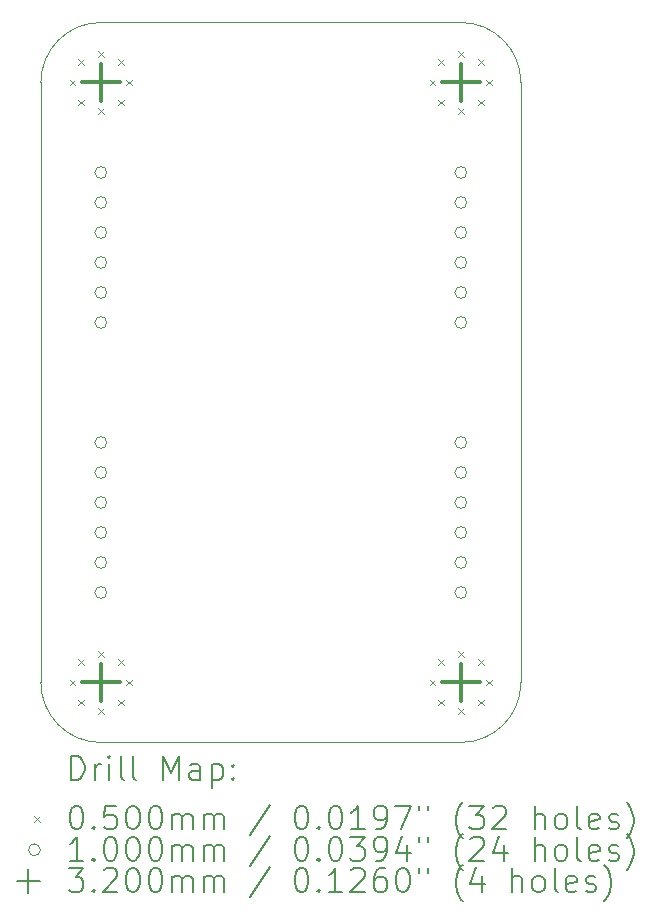
<source format=gbr>
%TF.GenerationSoftware,KiCad,Pcbnew,7.0.3-24-g09febce4ce*%
%TF.CreationDate,2023-05-23T12:19:05+02:00*%
%TF.ProjectId,SPI2WS2812,53504932-5753-4323-9831-322e6b696361,rev?*%
%TF.SameCoordinates,Original*%
%TF.FileFunction,Drillmap*%
%TF.FilePolarity,Positive*%
%FSLAX45Y45*%
G04 Gerber Fmt 4.5, Leading zero omitted, Abs format (unit mm)*
G04 Created by KiCad (PCBNEW 7.0.3-24-g09febce4ce) date 2023-05-23 12:19:05*
%MOMM*%
%LPD*%
G01*
G04 APERTURE LIST*
%ADD10C,0.100000*%
%ADD11C,0.200000*%
%ADD12C,0.050000*%
%ADD13C,0.320000*%
G04 APERTURE END LIST*
D10*
X8890000Y-5588000D02*
X11938000Y-5588000D01*
X8382000Y-11176000D02*
G75*
G03*
X8890000Y-11684000I508000J0D01*
G01*
X8382000Y-11176000D02*
X8382000Y-6096000D01*
X8890000Y-5588000D02*
G75*
G03*
X8382000Y-6096000I0J-508000D01*
G01*
X11938000Y-11684000D02*
X8890000Y-11684000D01*
X11938000Y-11684000D02*
G75*
G03*
X12446000Y-11176000I0J508000D01*
G01*
X12446000Y-6096000D02*
G75*
G03*
X11938000Y-5588000I-508000J0D01*
G01*
X12446000Y-6096000D02*
X12446000Y-11176000D01*
D11*
D12*
X8625000Y-6071000D02*
X8675000Y-6121000D01*
X8675000Y-6071000D02*
X8625000Y-6121000D01*
X8625000Y-11151000D02*
X8675000Y-11201000D01*
X8675000Y-11151000D02*
X8625000Y-11201000D01*
X8695294Y-5901294D02*
X8745294Y-5951294D01*
X8745294Y-5901294D02*
X8695294Y-5951294D01*
X8695294Y-6240706D02*
X8745294Y-6290706D01*
X8745294Y-6240706D02*
X8695294Y-6290706D01*
X8695294Y-10981294D02*
X8745294Y-11031294D01*
X8745294Y-10981294D02*
X8695294Y-11031294D01*
X8695294Y-11320706D02*
X8745294Y-11370706D01*
X8745294Y-11320706D02*
X8695294Y-11370706D01*
X8865000Y-5831000D02*
X8915000Y-5881000D01*
X8915000Y-5831000D02*
X8865000Y-5881000D01*
X8865000Y-6311000D02*
X8915000Y-6361000D01*
X8915000Y-6311000D02*
X8865000Y-6361000D01*
X8865000Y-10911000D02*
X8915000Y-10961000D01*
X8915000Y-10911000D02*
X8865000Y-10961000D01*
X8865000Y-11391000D02*
X8915000Y-11441000D01*
X8915000Y-11391000D02*
X8865000Y-11441000D01*
X9034706Y-5901294D02*
X9084706Y-5951294D01*
X9084706Y-5901294D02*
X9034706Y-5951294D01*
X9034706Y-6240706D02*
X9084706Y-6290706D01*
X9084706Y-6240706D02*
X9034706Y-6290706D01*
X9034706Y-10981294D02*
X9084706Y-11031294D01*
X9084706Y-10981294D02*
X9034706Y-11031294D01*
X9034706Y-11320706D02*
X9084706Y-11370706D01*
X9084706Y-11320706D02*
X9034706Y-11370706D01*
X9105000Y-6071000D02*
X9155000Y-6121000D01*
X9155000Y-6071000D02*
X9105000Y-6121000D01*
X9105000Y-11151000D02*
X9155000Y-11201000D01*
X9155000Y-11151000D02*
X9105000Y-11201000D01*
X11673000Y-6071000D02*
X11723000Y-6121000D01*
X11723000Y-6071000D02*
X11673000Y-6121000D01*
X11673000Y-11151000D02*
X11723000Y-11201000D01*
X11723000Y-11151000D02*
X11673000Y-11201000D01*
X11743294Y-5901294D02*
X11793294Y-5951294D01*
X11793294Y-5901294D02*
X11743294Y-5951294D01*
X11743294Y-6240706D02*
X11793294Y-6290706D01*
X11793294Y-6240706D02*
X11743294Y-6290706D01*
X11743294Y-10981294D02*
X11793294Y-11031294D01*
X11793294Y-10981294D02*
X11743294Y-11031294D01*
X11743294Y-11320706D02*
X11793294Y-11370706D01*
X11793294Y-11320706D02*
X11743294Y-11370706D01*
X11913000Y-5831000D02*
X11963000Y-5881000D01*
X11963000Y-5831000D02*
X11913000Y-5881000D01*
X11913000Y-6311000D02*
X11963000Y-6361000D01*
X11963000Y-6311000D02*
X11913000Y-6361000D01*
X11913000Y-10911000D02*
X11963000Y-10961000D01*
X11963000Y-10911000D02*
X11913000Y-10961000D01*
X11913000Y-11391000D02*
X11963000Y-11441000D01*
X11963000Y-11391000D02*
X11913000Y-11441000D01*
X12082706Y-5901294D02*
X12132706Y-5951294D01*
X12132706Y-5901294D02*
X12082706Y-5951294D01*
X12082706Y-6240706D02*
X12132706Y-6290706D01*
X12132706Y-6240706D02*
X12082706Y-6290706D01*
X12082706Y-10981294D02*
X12132706Y-11031294D01*
X12132706Y-10981294D02*
X12082706Y-11031294D01*
X12082706Y-11320706D02*
X12132706Y-11370706D01*
X12132706Y-11320706D02*
X12082706Y-11370706D01*
X12153000Y-6071000D02*
X12203000Y-6121000D01*
X12203000Y-6071000D02*
X12153000Y-6121000D01*
X12153000Y-11151000D02*
X12203000Y-11201000D01*
X12203000Y-11151000D02*
X12153000Y-11201000D01*
D10*
X8940000Y-6858000D02*
G75*
G03*
X8940000Y-6858000I-50000J0D01*
G01*
X8940000Y-7112000D02*
G75*
G03*
X8940000Y-7112000I-50000J0D01*
G01*
X8940000Y-7366000D02*
G75*
G03*
X8940000Y-7366000I-50000J0D01*
G01*
X8940000Y-7620000D02*
G75*
G03*
X8940000Y-7620000I-50000J0D01*
G01*
X8940000Y-7874000D02*
G75*
G03*
X8940000Y-7874000I-50000J0D01*
G01*
X8940000Y-8128000D02*
G75*
G03*
X8940000Y-8128000I-50000J0D01*
G01*
X8940000Y-9144000D02*
G75*
G03*
X8940000Y-9144000I-50000J0D01*
G01*
X8940000Y-9398000D02*
G75*
G03*
X8940000Y-9398000I-50000J0D01*
G01*
X8940000Y-9652000D02*
G75*
G03*
X8940000Y-9652000I-50000J0D01*
G01*
X8940000Y-9906000D02*
G75*
G03*
X8940000Y-9906000I-50000J0D01*
G01*
X8940000Y-10160000D02*
G75*
G03*
X8940000Y-10160000I-50000J0D01*
G01*
X8940000Y-10414000D02*
G75*
G03*
X8940000Y-10414000I-50000J0D01*
G01*
X11988000Y-6858000D02*
G75*
G03*
X11988000Y-6858000I-50000J0D01*
G01*
X11988000Y-7112000D02*
G75*
G03*
X11988000Y-7112000I-50000J0D01*
G01*
X11988000Y-7366000D02*
G75*
G03*
X11988000Y-7366000I-50000J0D01*
G01*
X11988000Y-7620000D02*
G75*
G03*
X11988000Y-7620000I-50000J0D01*
G01*
X11988000Y-7874000D02*
G75*
G03*
X11988000Y-7874000I-50000J0D01*
G01*
X11988000Y-8128000D02*
G75*
G03*
X11988000Y-8128000I-50000J0D01*
G01*
X11988000Y-9144000D02*
G75*
G03*
X11988000Y-9144000I-50000J0D01*
G01*
X11988000Y-9398000D02*
G75*
G03*
X11988000Y-9398000I-50000J0D01*
G01*
X11988000Y-9652000D02*
G75*
G03*
X11988000Y-9652000I-50000J0D01*
G01*
X11988000Y-9906000D02*
G75*
G03*
X11988000Y-9906000I-50000J0D01*
G01*
X11988000Y-10160000D02*
G75*
G03*
X11988000Y-10160000I-50000J0D01*
G01*
X11988000Y-10414000D02*
G75*
G03*
X11988000Y-10414000I-50000J0D01*
G01*
D13*
X8890000Y-5936000D02*
X8890000Y-6256000D01*
X8730000Y-6096000D02*
X9050000Y-6096000D01*
X8890000Y-11016000D02*
X8890000Y-11336000D01*
X8730000Y-11176000D02*
X9050000Y-11176000D01*
X11938000Y-5936000D02*
X11938000Y-6256000D01*
X11778000Y-6096000D02*
X12098000Y-6096000D01*
X11938000Y-11016000D02*
X11938000Y-11336000D01*
X11778000Y-11176000D02*
X12098000Y-11176000D01*
D11*
X8637777Y-12000484D02*
X8637777Y-11800484D01*
X8637777Y-11800484D02*
X8685396Y-11800484D01*
X8685396Y-11800484D02*
X8713967Y-11810008D01*
X8713967Y-11810008D02*
X8733015Y-11829055D01*
X8733015Y-11829055D02*
X8742539Y-11848103D01*
X8742539Y-11848103D02*
X8752063Y-11886198D01*
X8752063Y-11886198D02*
X8752063Y-11914769D01*
X8752063Y-11914769D02*
X8742539Y-11952865D01*
X8742539Y-11952865D02*
X8733015Y-11971912D01*
X8733015Y-11971912D02*
X8713967Y-11990960D01*
X8713967Y-11990960D02*
X8685396Y-12000484D01*
X8685396Y-12000484D02*
X8637777Y-12000484D01*
X8837777Y-12000484D02*
X8837777Y-11867150D01*
X8837777Y-11905246D02*
X8847301Y-11886198D01*
X8847301Y-11886198D02*
X8856824Y-11876674D01*
X8856824Y-11876674D02*
X8875872Y-11867150D01*
X8875872Y-11867150D02*
X8894920Y-11867150D01*
X8961586Y-12000484D02*
X8961586Y-11867150D01*
X8961586Y-11800484D02*
X8952063Y-11810008D01*
X8952063Y-11810008D02*
X8961586Y-11819531D01*
X8961586Y-11819531D02*
X8971110Y-11810008D01*
X8971110Y-11810008D02*
X8961586Y-11800484D01*
X8961586Y-11800484D02*
X8961586Y-11819531D01*
X9085396Y-12000484D02*
X9066348Y-11990960D01*
X9066348Y-11990960D02*
X9056824Y-11971912D01*
X9056824Y-11971912D02*
X9056824Y-11800484D01*
X9190158Y-12000484D02*
X9171110Y-11990960D01*
X9171110Y-11990960D02*
X9161586Y-11971912D01*
X9161586Y-11971912D02*
X9161586Y-11800484D01*
X9418729Y-12000484D02*
X9418729Y-11800484D01*
X9418729Y-11800484D02*
X9485396Y-11943341D01*
X9485396Y-11943341D02*
X9552063Y-11800484D01*
X9552063Y-11800484D02*
X9552063Y-12000484D01*
X9733015Y-12000484D02*
X9733015Y-11895722D01*
X9733015Y-11895722D02*
X9723491Y-11876674D01*
X9723491Y-11876674D02*
X9704444Y-11867150D01*
X9704444Y-11867150D02*
X9666348Y-11867150D01*
X9666348Y-11867150D02*
X9647301Y-11876674D01*
X9733015Y-11990960D02*
X9713967Y-12000484D01*
X9713967Y-12000484D02*
X9666348Y-12000484D01*
X9666348Y-12000484D02*
X9647301Y-11990960D01*
X9647301Y-11990960D02*
X9637777Y-11971912D01*
X9637777Y-11971912D02*
X9637777Y-11952865D01*
X9637777Y-11952865D02*
X9647301Y-11933817D01*
X9647301Y-11933817D02*
X9666348Y-11924293D01*
X9666348Y-11924293D02*
X9713967Y-11924293D01*
X9713967Y-11924293D02*
X9733015Y-11914769D01*
X9828253Y-11867150D02*
X9828253Y-12067150D01*
X9828253Y-11876674D02*
X9847301Y-11867150D01*
X9847301Y-11867150D02*
X9885396Y-11867150D01*
X9885396Y-11867150D02*
X9904444Y-11876674D01*
X9904444Y-11876674D02*
X9913967Y-11886198D01*
X9913967Y-11886198D02*
X9923491Y-11905246D01*
X9923491Y-11905246D02*
X9923491Y-11962388D01*
X9923491Y-11962388D02*
X9913967Y-11981436D01*
X9913967Y-11981436D02*
X9904444Y-11990960D01*
X9904444Y-11990960D02*
X9885396Y-12000484D01*
X9885396Y-12000484D02*
X9847301Y-12000484D01*
X9847301Y-12000484D02*
X9828253Y-11990960D01*
X10009205Y-11981436D02*
X10018729Y-11990960D01*
X10018729Y-11990960D02*
X10009205Y-12000484D01*
X10009205Y-12000484D02*
X9999682Y-11990960D01*
X9999682Y-11990960D02*
X10009205Y-11981436D01*
X10009205Y-11981436D02*
X10009205Y-12000484D01*
X10009205Y-11876674D02*
X10018729Y-11886198D01*
X10018729Y-11886198D02*
X10009205Y-11895722D01*
X10009205Y-11895722D02*
X9999682Y-11886198D01*
X9999682Y-11886198D02*
X10009205Y-11876674D01*
X10009205Y-11876674D02*
X10009205Y-11895722D01*
D12*
X8327000Y-12304000D02*
X8377000Y-12354000D01*
X8377000Y-12304000D02*
X8327000Y-12354000D01*
D11*
X8675872Y-12220484D02*
X8694920Y-12220484D01*
X8694920Y-12220484D02*
X8713967Y-12230008D01*
X8713967Y-12230008D02*
X8723491Y-12239531D01*
X8723491Y-12239531D02*
X8733015Y-12258579D01*
X8733015Y-12258579D02*
X8742539Y-12296674D01*
X8742539Y-12296674D02*
X8742539Y-12344293D01*
X8742539Y-12344293D02*
X8733015Y-12382388D01*
X8733015Y-12382388D02*
X8723491Y-12401436D01*
X8723491Y-12401436D02*
X8713967Y-12410960D01*
X8713967Y-12410960D02*
X8694920Y-12420484D01*
X8694920Y-12420484D02*
X8675872Y-12420484D01*
X8675872Y-12420484D02*
X8656824Y-12410960D01*
X8656824Y-12410960D02*
X8647301Y-12401436D01*
X8647301Y-12401436D02*
X8637777Y-12382388D01*
X8637777Y-12382388D02*
X8628253Y-12344293D01*
X8628253Y-12344293D02*
X8628253Y-12296674D01*
X8628253Y-12296674D02*
X8637777Y-12258579D01*
X8637777Y-12258579D02*
X8647301Y-12239531D01*
X8647301Y-12239531D02*
X8656824Y-12230008D01*
X8656824Y-12230008D02*
X8675872Y-12220484D01*
X8828253Y-12401436D02*
X8837777Y-12410960D01*
X8837777Y-12410960D02*
X8828253Y-12420484D01*
X8828253Y-12420484D02*
X8818729Y-12410960D01*
X8818729Y-12410960D02*
X8828253Y-12401436D01*
X8828253Y-12401436D02*
X8828253Y-12420484D01*
X9018729Y-12220484D02*
X8923491Y-12220484D01*
X8923491Y-12220484D02*
X8913967Y-12315722D01*
X8913967Y-12315722D02*
X8923491Y-12306198D01*
X8923491Y-12306198D02*
X8942539Y-12296674D01*
X8942539Y-12296674D02*
X8990158Y-12296674D01*
X8990158Y-12296674D02*
X9009205Y-12306198D01*
X9009205Y-12306198D02*
X9018729Y-12315722D01*
X9018729Y-12315722D02*
X9028253Y-12334769D01*
X9028253Y-12334769D02*
X9028253Y-12382388D01*
X9028253Y-12382388D02*
X9018729Y-12401436D01*
X9018729Y-12401436D02*
X9009205Y-12410960D01*
X9009205Y-12410960D02*
X8990158Y-12420484D01*
X8990158Y-12420484D02*
X8942539Y-12420484D01*
X8942539Y-12420484D02*
X8923491Y-12410960D01*
X8923491Y-12410960D02*
X8913967Y-12401436D01*
X9152063Y-12220484D02*
X9171110Y-12220484D01*
X9171110Y-12220484D02*
X9190158Y-12230008D01*
X9190158Y-12230008D02*
X9199682Y-12239531D01*
X9199682Y-12239531D02*
X9209205Y-12258579D01*
X9209205Y-12258579D02*
X9218729Y-12296674D01*
X9218729Y-12296674D02*
X9218729Y-12344293D01*
X9218729Y-12344293D02*
X9209205Y-12382388D01*
X9209205Y-12382388D02*
X9199682Y-12401436D01*
X9199682Y-12401436D02*
X9190158Y-12410960D01*
X9190158Y-12410960D02*
X9171110Y-12420484D01*
X9171110Y-12420484D02*
X9152063Y-12420484D01*
X9152063Y-12420484D02*
X9133015Y-12410960D01*
X9133015Y-12410960D02*
X9123491Y-12401436D01*
X9123491Y-12401436D02*
X9113967Y-12382388D01*
X9113967Y-12382388D02*
X9104444Y-12344293D01*
X9104444Y-12344293D02*
X9104444Y-12296674D01*
X9104444Y-12296674D02*
X9113967Y-12258579D01*
X9113967Y-12258579D02*
X9123491Y-12239531D01*
X9123491Y-12239531D02*
X9133015Y-12230008D01*
X9133015Y-12230008D02*
X9152063Y-12220484D01*
X9342539Y-12220484D02*
X9361586Y-12220484D01*
X9361586Y-12220484D02*
X9380634Y-12230008D01*
X9380634Y-12230008D02*
X9390158Y-12239531D01*
X9390158Y-12239531D02*
X9399682Y-12258579D01*
X9399682Y-12258579D02*
X9409205Y-12296674D01*
X9409205Y-12296674D02*
X9409205Y-12344293D01*
X9409205Y-12344293D02*
X9399682Y-12382388D01*
X9399682Y-12382388D02*
X9390158Y-12401436D01*
X9390158Y-12401436D02*
X9380634Y-12410960D01*
X9380634Y-12410960D02*
X9361586Y-12420484D01*
X9361586Y-12420484D02*
X9342539Y-12420484D01*
X9342539Y-12420484D02*
X9323491Y-12410960D01*
X9323491Y-12410960D02*
X9313967Y-12401436D01*
X9313967Y-12401436D02*
X9304444Y-12382388D01*
X9304444Y-12382388D02*
X9294920Y-12344293D01*
X9294920Y-12344293D02*
X9294920Y-12296674D01*
X9294920Y-12296674D02*
X9304444Y-12258579D01*
X9304444Y-12258579D02*
X9313967Y-12239531D01*
X9313967Y-12239531D02*
X9323491Y-12230008D01*
X9323491Y-12230008D02*
X9342539Y-12220484D01*
X9494920Y-12420484D02*
X9494920Y-12287150D01*
X9494920Y-12306198D02*
X9504444Y-12296674D01*
X9504444Y-12296674D02*
X9523491Y-12287150D01*
X9523491Y-12287150D02*
X9552063Y-12287150D01*
X9552063Y-12287150D02*
X9571110Y-12296674D01*
X9571110Y-12296674D02*
X9580634Y-12315722D01*
X9580634Y-12315722D02*
X9580634Y-12420484D01*
X9580634Y-12315722D02*
X9590158Y-12296674D01*
X9590158Y-12296674D02*
X9609205Y-12287150D01*
X9609205Y-12287150D02*
X9637777Y-12287150D01*
X9637777Y-12287150D02*
X9656825Y-12296674D01*
X9656825Y-12296674D02*
X9666348Y-12315722D01*
X9666348Y-12315722D02*
X9666348Y-12420484D01*
X9761586Y-12420484D02*
X9761586Y-12287150D01*
X9761586Y-12306198D02*
X9771110Y-12296674D01*
X9771110Y-12296674D02*
X9790158Y-12287150D01*
X9790158Y-12287150D02*
X9818729Y-12287150D01*
X9818729Y-12287150D02*
X9837777Y-12296674D01*
X9837777Y-12296674D02*
X9847301Y-12315722D01*
X9847301Y-12315722D02*
X9847301Y-12420484D01*
X9847301Y-12315722D02*
X9856825Y-12296674D01*
X9856825Y-12296674D02*
X9875872Y-12287150D01*
X9875872Y-12287150D02*
X9904444Y-12287150D01*
X9904444Y-12287150D02*
X9923491Y-12296674D01*
X9923491Y-12296674D02*
X9933015Y-12315722D01*
X9933015Y-12315722D02*
X9933015Y-12420484D01*
X10323491Y-12210960D02*
X10152063Y-12468103D01*
X10580634Y-12220484D02*
X10599682Y-12220484D01*
X10599682Y-12220484D02*
X10618729Y-12230008D01*
X10618729Y-12230008D02*
X10628253Y-12239531D01*
X10628253Y-12239531D02*
X10637777Y-12258579D01*
X10637777Y-12258579D02*
X10647301Y-12296674D01*
X10647301Y-12296674D02*
X10647301Y-12344293D01*
X10647301Y-12344293D02*
X10637777Y-12382388D01*
X10637777Y-12382388D02*
X10628253Y-12401436D01*
X10628253Y-12401436D02*
X10618729Y-12410960D01*
X10618729Y-12410960D02*
X10599682Y-12420484D01*
X10599682Y-12420484D02*
X10580634Y-12420484D01*
X10580634Y-12420484D02*
X10561587Y-12410960D01*
X10561587Y-12410960D02*
X10552063Y-12401436D01*
X10552063Y-12401436D02*
X10542539Y-12382388D01*
X10542539Y-12382388D02*
X10533015Y-12344293D01*
X10533015Y-12344293D02*
X10533015Y-12296674D01*
X10533015Y-12296674D02*
X10542539Y-12258579D01*
X10542539Y-12258579D02*
X10552063Y-12239531D01*
X10552063Y-12239531D02*
X10561587Y-12230008D01*
X10561587Y-12230008D02*
X10580634Y-12220484D01*
X10733015Y-12401436D02*
X10742539Y-12410960D01*
X10742539Y-12410960D02*
X10733015Y-12420484D01*
X10733015Y-12420484D02*
X10723491Y-12410960D01*
X10723491Y-12410960D02*
X10733015Y-12401436D01*
X10733015Y-12401436D02*
X10733015Y-12420484D01*
X10866348Y-12220484D02*
X10885396Y-12220484D01*
X10885396Y-12220484D02*
X10904444Y-12230008D01*
X10904444Y-12230008D02*
X10913968Y-12239531D01*
X10913968Y-12239531D02*
X10923491Y-12258579D01*
X10923491Y-12258579D02*
X10933015Y-12296674D01*
X10933015Y-12296674D02*
X10933015Y-12344293D01*
X10933015Y-12344293D02*
X10923491Y-12382388D01*
X10923491Y-12382388D02*
X10913968Y-12401436D01*
X10913968Y-12401436D02*
X10904444Y-12410960D01*
X10904444Y-12410960D02*
X10885396Y-12420484D01*
X10885396Y-12420484D02*
X10866348Y-12420484D01*
X10866348Y-12420484D02*
X10847301Y-12410960D01*
X10847301Y-12410960D02*
X10837777Y-12401436D01*
X10837777Y-12401436D02*
X10828253Y-12382388D01*
X10828253Y-12382388D02*
X10818729Y-12344293D01*
X10818729Y-12344293D02*
X10818729Y-12296674D01*
X10818729Y-12296674D02*
X10828253Y-12258579D01*
X10828253Y-12258579D02*
X10837777Y-12239531D01*
X10837777Y-12239531D02*
X10847301Y-12230008D01*
X10847301Y-12230008D02*
X10866348Y-12220484D01*
X11123491Y-12420484D02*
X11009206Y-12420484D01*
X11066348Y-12420484D02*
X11066348Y-12220484D01*
X11066348Y-12220484D02*
X11047301Y-12249055D01*
X11047301Y-12249055D02*
X11028253Y-12268103D01*
X11028253Y-12268103D02*
X11009206Y-12277627D01*
X11218729Y-12420484D02*
X11256825Y-12420484D01*
X11256825Y-12420484D02*
X11275872Y-12410960D01*
X11275872Y-12410960D02*
X11285396Y-12401436D01*
X11285396Y-12401436D02*
X11304444Y-12372865D01*
X11304444Y-12372865D02*
X11313967Y-12334769D01*
X11313967Y-12334769D02*
X11313967Y-12258579D01*
X11313967Y-12258579D02*
X11304444Y-12239531D01*
X11304444Y-12239531D02*
X11294920Y-12230008D01*
X11294920Y-12230008D02*
X11275872Y-12220484D01*
X11275872Y-12220484D02*
X11237777Y-12220484D01*
X11237777Y-12220484D02*
X11218729Y-12230008D01*
X11218729Y-12230008D02*
X11209206Y-12239531D01*
X11209206Y-12239531D02*
X11199682Y-12258579D01*
X11199682Y-12258579D02*
X11199682Y-12306198D01*
X11199682Y-12306198D02*
X11209206Y-12325246D01*
X11209206Y-12325246D02*
X11218729Y-12334769D01*
X11218729Y-12334769D02*
X11237777Y-12344293D01*
X11237777Y-12344293D02*
X11275872Y-12344293D01*
X11275872Y-12344293D02*
X11294920Y-12334769D01*
X11294920Y-12334769D02*
X11304444Y-12325246D01*
X11304444Y-12325246D02*
X11313967Y-12306198D01*
X11380634Y-12220484D02*
X11513967Y-12220484D01*
X11513967Y-12220484D02*
X11428253Y-12420484D01*
X11580634Y-12220484D02*
X11580634Y-12258579D01*
X11656825Y-12220484D02*
X11656825Y-12258579D01*
X11952063Y-12496674D02*
X11942539Y-12487150D01*
X11942539Y-12487150D02*
X11923491Y-12458579D01*
X11923491Y-12458579D02*
X11913968Y-12439531D01*
X11913968Y-12439531D02*
X11904444Y-12410960D01*
X11904444Y-12410960D02*
X11894920Y-12363341D01*
X11894920Y-12363341D02*
X11894920Y-12325246D01*
X11894920Y-12325246D02*
X11904444Y-12277627D01*
X11904444Y-12277627D02*
X11913968Y-12249055D01*
X11913968Y-12249055D02*
X11923491Y-12230008D01*
X11923491Y-12230008D02*
X11942539Y-12201436D01*
X11942539Y-12201436D02*
X11952063Y-12191912D01*
X12009206Y-12220484D02*
X12133015Y-12220484D01*
X12133015Y-12220484D02*
X12066348Y-12296674D01*
X12066348Y-12296674D02*
X12094920Y-12296674D01*
X12094920Y-12296674D02*
X12113968Y-12306198D01*
X12113968Y-12306198D02*
X12123491Y-12315722D01*
X12123491Y-12315722D02*
X12133015Y-12334769D01*
X12133015Y-12334769D02*
X12133015Y-12382388D01*
X12133015Y-12382388D02*
X12123491Y-12401436D01*
X12123491Y-12401436D02*
X12113968Y-12410960D01*
X12113968Y-12410960D02*
X12094920Y-12420484D01*
X12094920Y-12420484D02*
X12037777Y-12420484D01*
X12037777Y-12420484D02*
X12018729Y-12410960D01*
X12018729Y-12410960D02*
X12009206Y-12401436D01*
X12209206Y-12239531D02*
X12218729Y-12230008D01*
X12218729Y-12230008D02*
X12237777Y-12220484D01*
X12237777Y-12220484D02*
X12285396Y-12220484D01*
X12285396Y-12220484D02*
X12304444Y-12230008D01*
X12304444Y-12230008D02*
X12313968Y-12239531D01*
X12313968Y-12239531D02*
X12323491Y-12258579D01*
X12323491Y-12258579D02*
X12323491Y-12277627D01*
X12323491Y-12277627D02*
X12313968Y-12306198D01*
X12313968Y-12306198D02*
X12199682Y-12420484D01*
X12199682Y-12420484D02*
X12323491Y-12420484D01*
X12561587Y-12420484D02*
X12561587Y-12220484D01*
X12647301Y-12420484D02*
X12647301Y-12315722D01*
X12647301Y-12315722D02*
X12637777Y-12296674D01*
X12637777Y-12296674D02*
X12618730Y-12287150D01*
X12618730Y-12287150D02*
X12590158Y-12287150D01*
X12590158Y-12287150D02*
X12571110Y-12296674D01*
X12571110Y-12296674D02*
X12561587Y-12306198D01*
X12771110Y-12420484D02*
X12752063Y-12410960D01*
X12752063Y-12410960D02*
X12742539Y-12401436D01*
X12742539Y-12401436D02*
X12733015Y-12382388D01*
X12733015Y-12382388D02*
X12733015Y-12325246D01*
X12733015Y-12325246D02*
X12742539Y-12306198D01*
X12742539Y-12306198D02*
X12752063Y-12296674D01*
X12752063Y-12296674D02*
X12771110Y-12287150D01*
X12771110Y-12287150D02*
X12799682Y-12287150D01*
X12799682Y-12287150D02*
X12818730Y-12296674D01*
X12818730Y-12296674D02*
X12828253Y-12306198D01*
X12828253Y-12306198D02*
X12837777Y-12325246D01*
X12837777Y-12325246D02*
X12837777Y-12382388D01*
X12837777Y-12382388D02*
X12828253Y-12401436D01*
X12828253Y-12401436D02*
X12818730Y-12410960D01*
X12818730Y-12410960D02*
X12799682Y-12420484D01*
X12799682Y-12420484D02*
X12771110Y-12420484D01*
X12952063Y-12420484D02*
X12933015Y-12410960D01*
X12933015Y-12410960D02*
X12923491Y-12391912D01*
X12923491Y-12391912D02*
X12923491Y-12220484D01*
X13104444Y-12410960D02*
X13085396Y-12420484D01*
X13085396Y-12420484D02*
X13047301Y-12420484D01*
X13047301Y-12420484D02*
X13028253Y-12410960D01*
X13028253Y-12410960D02*
X13018730Y-12391912D01*
X13018730Y-12391912D02*
X13018730Y-12315722D01*
X13018730Y-12315722D02*
X13028253Y-12296674D01*
X13028253Y-12296674D02*
X13047301Y-12287150D01*
X13047301Y-12287150D02*
X13085396Y-12287150D01*
X13085396Y-12287150D02*
X13104444Y-12296674D01*
X13104444Y-12296674D02*
X13113968Y-12315722D01*
X13113968Y-12315722D02*
X13113968Y-12334769D01*
X13113968Y-12334769D02*
X13018730Y-12353817D01*
X13190158Y-12410960D02*
X13209206Y-12420484D01*
X13209206Y-12420484D02*
X13247301Y-12420484D01*
X13247301Y-12420484D02*
X13266349Y-12410960D01*
X13266349Y-12410960D02*
X13275872Y-12391912D01*
X13275872Y-12391912D02*
X13275872Y-12382388D01*
X13275872Y-12382388D02*
X13266349Y-12363341D01*
X13266349Y-12363341D02*
X13247301Y-12353817D01*
X13247301Y-12353817D02*
X13218730Y-12353817D01*
X13218730Y-12353817D02*
X13199682Y-12344293D01*
X13199682Y-12344293D02*
X13190158Y-12325246D01*
X13190158Y-12325246D02*
X13190158Y-12315722D01*
X13190158Y-12315722D02*
X13199682Y-12296674D01*
X13199682Y-12296674D02*
X13218730Y-12287150D01*
X13218730Y-12287150D02*
X13247301Y-12287150D01*
X13247301Y-12287150D02*
X13266349Y-12296674D01*
X13342539Y-12496674D02*
X13352063Y-12487150D01*
X13352063Y-12487150D02*
X13371111Y-12458579D01*
X13371111Y-12458579D02*
X13380634Y-12439531D01*
X13380634Y-12439531D02*
X13390158Y-12410960D01*
X13390158Y-12410960D02*
X13399682Y-12363341D01*
X13399682Y-12363341D02*
X13399682Y-12325246D01*
X13399682Y-12325246D02*
X13390158Y-12277627D01*
X13390158Y-12277627D02*
X13380634Y-12249055D01*
X13380634Y-12249055D02*
X13371111Y-12230008D01*
X13371111Y-12230008D02*
X13352063Y-12201436D01*
X13352063Y-12201436D02*
X13342539Y-12191912D01*
D10*
X8377000Y-12593000D02*
G75*
G03*
X8377000Y-12593000I-50000J0D01*
G01*
D11*
X8742539Y-12684484D02*
X8628253Y-12684484D01*
X8685396Y-12684484D02*
X8685396Y-12484484D01*
X8685396Y-12484484D02*
X8666348Y-12513055D01*
X8666348Y-12513055D02*
X8647301Y-12532103D01*
X8647301Y-12532103D02*
X8628253Y-12541627D01*
X8828253Y-12665436D02*
X8837777Y-12674960D01*
X8837777Y-12674960D02*
X8828253Y-12684484D01*
X8828253Y-12684484D02*
X8818729Y-12674960D01*
X8818729Y-12674960D02*
X8828253Y-12665436D01*
X8828253Y-12665436D02*
X8828253Y-12684484D01*
X8961586Y-12484484D02*
X8980634Y-12484484D01*
X8980634Y-12484484D02*
X8999682Y-12494008D01*
X8999682Y-12494008D02*
X9009205Y-12503531D01*
X9009205Y-12503531D02*
X9018729Y-12522579D01*
X9018729Y-12522579D02*
X9028253Y-12560674D01*
X9028253Y-12560674D02*
X9028253Y-12608293D01*
X9028253Y-12608293D02*
X9018729Y-12646388D01*
X9018729Y-12646388D02*
X9009205Y-12665436D01*
X9009205Y-12665436D02*
X8999682Y-12674960D01*
X8999682Y-12674960D02*
X8980634Y-12684484D01*
X8980634Y-12684484D02*
X8961586Y-12684484D01*
X8961586Y-12684484D02*
X8942539Y-12674960D01*
X8942539Y-12674960D02*
X8933015Y-12665436D01*
X8933015Y-12665436D02*
X8923491Y-12646388D01*
X8923491Y-12646388D02*
X8913967Y-12608293D01*
X8913967Y-12608293D02*
X8913967Y-12560674D01*
X8913967Y-12560674D02*
X8923491Y-12522579D01*
X8923491Y-12522579D02*
X8933015Y-12503531D01*
X8933015Y-12503531D02*
X8942539Y-12494008D01*
X8942539Y-12494008D02*
X8961586Y-12484484D01*
X9152063Y-12484484D02*
X9171110Y-12484484D01*
X9171110Y-12484484D02*
X9190158Y-12494008D01*
X9190158Y-12494008D02*
X9199682Y-12503531D01*
X9199682Y-12503531D02*
X9209205Y-12522579D01*
X9209205Y-12522579D02*
X9218729Y-12560674D01*
X9218729Y-12560674D02*
X9218729Y-12608293D01*
X9218729Y-12608293D02*
X9209205Y-12646388D01*
X9209205Y-12646388D02*
X9199682Y-12665436D01*
X9199682Y-12665436D02*
X9190158Y-12674960D01*
X9190158Y-12674960D02*
X9171110Y-12684484D01*
X9171110Y-12684484D02*
X9152063Y-12684484D01*
X9152063Y-12684484D02*
X9133015Y-12674960D01*
X9133015Y-12674960D02*
X9123491Y-12665436D01*
X9123491Y-12665436D02*
X9113967Y-12646388D01*
X9113967Y-12646388D02*
X9104444Y-12608293D01*
X9104444Y-12608293D02*
X9104444Y-12560674D01*
X9104444Y-12560674D02*
X9113967Y-12522579D01*
X9113967Y-12522579D02*
X9123491Y-12503531D01*
X9123491Y-12503531D02*
X9133015Y-12494008D01*
X9133015Y-12494008D02*
X9152063Y-12484484D01*
X9342539Y-12484484D02*
X9361586Y-12484484D01*
X9361586Y-12484484D02*
X9380634Y-12494008D01*
X9380634Y-12494008D02*
X9390158Y-12503531D01*
X9390158Y-12503531D02*
X9399682Y-12522579D01*
X9399682Y-12522579D02*
X9409205Y-12560674D01*
X9409205Y-12560674D02*
X9409205Y-12608293D01*
X9409205Y-12608293D02*
X9399682Y-12646388D01*
X9399682Y-12646388D02*
X9390158Y-12665436D01*
X9390158Y-12665436D02*
X9380634Y-12674960D01*
X9380634Y-12674960D02*
X9361586Y-12684484D01*
X9361586Y-12684484D02*
X9342539Y-12684484D01*
X9342539Y-12684484D02*
X9323491Y-12674960D01*
X9323491Y-12674960D02*
X9313967Y-12665436D01*
X9313967Y-12665436D02*
X9304444Y-12646388D01*
X9304444Y-12646388D02*
X9294920Y-12608293D01*
X9294920Y-12608293D02*
X9294920Y-12560674D01*
X9294920Y-12560674D02*
X9304444Y-12522579D01*
X9304444Y-12522579D02*
X9313967Y-12503531D01*
X9313967Y-12503531D02*
X9323491Y-12494008D01*
X9323491Y-12494008D02*
X9342539Y-12484484D01*
X9494920Y-12684484D02*
X9494920Y-12551150D01*
X9494920Y-12570198D02*
X9504444Y-12560674D01*
X9504444Y-12560674D02*
X9523491Y-12551150D01*
X9523491Y-12551150D02*
X9552063Y-12551150D01*
X9552063Y-12551150D02*
X9571110Y-12560674D01*
X9571110Y-12560674D02*
X9580634Y-12579722D01*
X9580634Y-12579722D02*
X9580634Y-12684484D01*
X9580634Y-12579722D02*
X9590158Y-12560674D01*
X9590158Y-12560674D02*
X9609205Y-12551150D01*
X9609205Y-12551150D02*
X9637777Y-12551150D01*
X9637777Y-12551150D02*
X9656825Y-12560674D01*
X9656825Y-12560674D02*
X9666348Y-12579722D01*
X9666348Y-12579722D02*
X9666348Y-12684484D01*
X9761586Y-12684484D02*
X9761586Y-12551150D01*
X9761586Y-12570198D02*
X9771110Y-12560674D01*
X9771110Y-12560674D02*
X9790158Y-12551150D01*
X9790158Y-12551150D02*
X9818729Y-12551150D01*
X9818729Y-12551150D02*
X9837777Y-12560674D01*
X9837777Y-12560674D02*
X9847301Y-12579722D01*
X9847301Y-12579722D02*
X9847301Y-12684484D01*
X9847301Y-12579722D02*
X9856825Y-12560674D01*
X9856825Y-12560674D02*
X9875872Y-12551150D01*
X9875872Y-12551150D02*
X9904444Y-12551150D01*
X9904444Y-12551150D02*
X9923491Y-12560674D01*
X9923491Y-12560674D02*
X9933015Y-12579722D01*
X9933015Y-12579722D02*
X9933015Y-12684484D01*
X10323491Y-12474960D02*
X10152063Y-12732103D01*
X10580634Y-12484484D02*
X10599682Y-12484484D01*
X10599682Y-12484484D02*
X10618729Y-12494008D01*
X10618729Y-12494008D02*
X10628253Y-12503531D01*
X10628253Y-12503531D02*
X10637777Y-12522579D01*
X10637777Y-12522579D02*
X10647301Y-12560674D01*
X10647301Y-12560674D02*
X10647301Y-12608293D01*
X10647301Y-12608293D02*
X10637777Y-12646388D01*
X10637777Y-12646388D02*
X10628253Y-12665436D01*
X10628253Y-12665436D02*
X10618729Y-12674960D01*
X10618729Y-12674960D02*
X10599682Y-12684484D01*
X10599682Y-12684484D02*
X10580634Y-12684484D01*
X10580634Y-12684484D02*
X10561587Y-12674960D01*
X10561587Y-12674960D02*
X10552063Y-12665436D01*
X10552063Y-12665436D02*
X10542539Y-12646388D01*
X10542539Y-12646388D02*
X10533015Y-12608293D01*
X10533015Y-12608293D02*
X10533015Y-12560674D01*
X10533015Y-12560674D02*
X10542539Y-12522579D01*
X10542539Y-12522579D02*
X10552063Y-12503531D01*
X10552063Y-12503531D02*
X10561587Y-12494008D01*
X10561587Y-12494008D02*
X10580634Y-12484484D01*
X10733015Y-12665436D02*
X10742539Y-12674960D01*
X10742539Y-12674960D02*
X10733015Y-12684484D01*
X10733015Y-12684484D02*
X10723491Y-12674960D01*
X10723491Y-12674960D02*
X10733015Y-12665436D01*
X10733015Y-12665436D02*
X10733015Y-12684484D01*
X10866348Y-12484484D02*
X10885396Y-12484484D01*
X10885396Y-12484484D02*
X10904444Y-12494008D01*
X10904444Y-12494008D02*
X10913968Y-12503531D01*
X10913968Y-12503531D02*
X10923491Y-12522579D01*
X10923491Y-12522579D02*
X10933015Y-12560674D01*
X10933015Y-12560674D02*
X10933015Y-12608293D01*
X10933015Y-12608293D02*
X10923491Y-12646388D01*
X10923491Y-12646388D02*
X10913968Y-12665436D01*
X10913968Y-12665436D02*
X10904444Y-12674960D01*
X10904444Y-12674960D02*
X10885396Y-12684484D01*
X10885396Y-12684484D02*
X10866348Y-12684484D01*
X10866348Y-12684484D02*
X10847301Y-12674960D01*
X10847301Y-12674960D02*
X10837777Y-12665436D01*
X10837777Y-12665436D02*
X10828253Y-12646388D01*
X10828253Y-12646388D02*
X10818729Y-12608293D01*
X10818729Y-12608293D02*
X10818729Y-12560674D01*
X10818729Y-12560674D02*
X10828253Y-12522579D01*
X10828253Y-12522579D02*
X10837777Y-12503531D01*
X10837777Y-12503531D02*
X10847301Y-12494008D01*
X10847301Y-12494008D02*
X10866348Y-12484484D01*
X10999682Y-12484484D02*
X11123491Y-12484484D01*
X11123491Y-12484484D02*
X11056825Y-12560674D01*
X11056825Y-12560674D02*
X11085396Y-12560674D01*
X11085396Y-12560674D02*
X11104444Y-12570198D01*
X11104444Y-12570198D02*
X11113968Y-12579722D01*
X11113968Y-12579722D02*
X11123491Y-12598769D01*
X11123491Y-12598769D02*
X11123491Y-12646388D01*
X11123491Y-12646388D02*
X11113968Y-12665436D01*
X11113968Y-12665436D02*
X11104444Y-12674960D01*
X11104444Y-12674960D02*
X11085396Y-12684484D01*
X11085396Y-12684484D02*
X11028253Y-12684484D01*
X11028253Y-12684484D02*
X11009206Y-12674960D01*
X11009206Y-12674960D02*
X10999682Y-12665436D01*
X11218729Y-12684484D02*
X11256825Y-12684484D01*
X11256825Y-12684484D02*
X11275872Y-12674960D01*
X11275872Y-12674960D02*
X11285396Y-12665436D01*
X11285396Y-12665436D02*
X11304444Y-12636865D01*
X11304444Y-12636865D02*
X11313967Y-12598769D01*
X11313967Y-12598769D02*
X11313967Y-12522579D01*
X11313967Y-12522579D02*
X11304444Y-12503531D01*
X11304444Y-12503531D02*
X11294920Y-12494008D01*
X11294920Y-12494008D02*
X11275872Y-12484484D01*
X11275872Y-12484484D02*
X11237777Y-12484484D01*
X11237777Y-12484484D02*
X11218729Y-12494008D01*
X11218729Y-12494008D02*
X11209206Y-12503531D01*
X11209206Y-12503531D02*
X11199682Y-12522579D01*
X11199682Y-12522579D02*
X11199682Y-12570198D01*
X11199682Y-12570198D02*
X11209206Y-12589246D01*
X11209206Y-12589246D02*
X11218729Y-12598769D01*
X11218729Y-12598769D02*
X11237777Y-12608293D01*
X11237777Y-12608293D02*
X11275872Y-12608293D01*
X11275872Y-12608293D02*
X11294920Y-12598769D01*
X11294920Y-12598769D02*
X11304444Y-12589246D01*
X11304444Y-12589246D02*
X11313967Y-12570198D01*
X11485396Y-12551150D02*
X11485396Y-12684484D01*
X11437777Y-12474960D02*
X11390158Y-12617817D01*
X11390158Y-12617817D02*
X11513967Y-12617817D01*
X11580634Y-12484484D02*
X11580634Y-12522579D01*
X11656825Y-12484484D02*
X11656825Y-12522579D01*
X11952063Y-12760674D02*
X11942539Y-12751150D01*
X11942539Y-12751150D02*
X11923491Y-12722579D01*
X11923491Y-12722579D02*
X11913968Y-12703531D01*
X11913968Y-12703531D02*
X11904444Y-12674960D01*
X11904444Y-12674960D02*
X11894920Y-12627341D01*
X11894920Y-12627341D02*
X11894920Y-12589246D01*
X11894920Y-12589246D02*
X11904444Y-12541627D01*
X11904444Y-12541627D02*
X11913968Y-12513055D01*
X11913968Y-12513055D02*
X11923491Y-12494008D01*
X11923491Y-12494008D02*
X11942539Y-12465436D01*
X11942539Y-12465436D02*
X11952063Y-12455912D01*
X12018729Y-12503531D02*
X12028253Y-12494008D01*
X12028253Y-12494008D02*
X12047301Y-12484484D01*
X12047301Y-12484484D02*
X12094920Y-12484484D01*
X12094920Y-12484484D02*
X12113968Y-12494008D01*
X12113968Y-12494008D02*
X12123491Y-12503531D01*
X12123491Y-12503531D02*
X12133015Y-12522579D01*
X12133015Y-12522579D02*
X12133015Y-12541627D01*
X12133015Y-12541627D02*
X12123491Y-12570198D01*
X12123491Y-12570198D02*
X12009206Y-12684484D01*
X12009206Y-12684484D02*
X12133015Y-12684484D01*
X12304444Y-12551150D02*
X12304444Y-12684484D01*
X12256825Y-12474960D02*
X12209206Y-12617817D01*
X12209206Y-12617817D02*
X12333015Y-12617817D01*
X12561587Y-12684484D02*
X12561587Y-12484484D01*
X12647301Y-12684484D02*
X12647301Y-12579722D01*
X12647301Y-12579722D02*
X12637777Y-12560674D01*
X12637777Y-12560674D02*
X12618730Y-12551150D01*
X12618730Y-12551150D02*
X12590158Y-12551150D01*
X12590158Y-12551150D02*
X12571110Y-12560674D01*
X12571110Y-12560674D02*
X12561587Y-12570198D01*
X12771110Y-12684484D02*
X12752063Y-12674960D01*
X12752063Y-12674960D02*
X12742539Y-12665436D01*
X12742539Y-12665436D02*
X12733015Y-12646388D01*
X12733015Y-12646388D02*
X12733015Y-12589246D01*
X12733015Y-12589246D02*
X12742539Y-12570198D01*
X12742539Y-12570198D02*
X12752063Y-12560674D01*
X12752063Y-12560674D02*
X12771110Y-12551150D01*
X12771110Y-12551150D02*
X12799682Y-12551150D01*
X12799682Y-12551150D02*
X12818730Y-12560674D01*
X12818730Y-12560674D02*
X12828253Y-12570198D01*
X12828253Y-12570198D02*
X12837777Y-12589246D01*
X12837777Y-12589246D02*
X12837777Y-12646388D01*
X12837777Y-12646388D02*
X12828253Y-12665436D01*
X12828253Y-12665436D02*
X12818730Y-12674960D01*
X12818730Y-12674960D02*
X12799682Y-12684484D01*
X12799682Y-12684484D02*
X12771110Y-12684484D01*
X12952063Y-12684484D02*
X12933015Y-12674960D01*
X12933015Y-12674960D02*
X12923491Y-12655912D01*
X12923491Y-12655912D02*
X12923491Y-12484484D01*
X13104444Y-12674960D02*
X13085396Y-12684484D01*
X13085396Y-12684484D02*
X13047301Y-12684484D01*
X13047301Y-12684484D02*
X13028253Y-12674960D01*
X13028253Y-12674960D02*
X13018730Y-12655912D01*
X13018730Y-12655912D02*
X13018730Y-12579722D01*
X13018730Y-12579722D02*
X13028253Y-12560674D01*
X13028253Y-12560674D02*
X13047301Y-12551150D01*
X13047301Y-12551150D02*
X13085396Y-12551150D01*
X13085396Y-12551150D02*
X13104444Y-12560674D01*
X13104444Y-12560674D02*
X13113968Y-12579722D01*
X13113968Y-12579722D02*
X13113968Y-12598769D01*
X13113968Y-12598769D02*
X13018730Y-12617817D01*
X13190158Y-12674960D02*
X13209206Y-12684484D01*
X13209206Y-12684484D02*
X13247301Y-12684484D01*
X13247301Y-12684484D02*
X13266349Y-12674960D01*
X13266349Y-12674960D02*
X13275872Y-12655912D01*
X13275872Y-12655912D02*
X13275872Y-12646388D01*
X13275872Y-12646388D02*
X13266349Y-12627341D01*
X13266349Y-12627341D02*
X13247301Y-12617817D01*
X13247301Y-12617817D02*
X13218730Y-12617817D01*
X13218730Y-12617817D02*
X13199682Y-12608293D01*
X13199682Y-12608293D02*
X13190158Y-12589246D01*
X13190158Y-12589246D02*
X13190158Y-12579722D01*
X13190158Y-12579722D02*
X13199682Y-12560674D01*
X13199682Y-12560674D02*
X13218730Y-12551150D01*
X13218730Y-12551150D02*
X13247301Y-12551150D01*
X13247301Y-12551150D02*
X13266349Y-12560674D01*
X13342539Y-12760674D02*
X13352063Y-12751150D01*
X13352063Y-12751150D02*
X13371111Y-12722579D01*
X13371111Y-12722579D02*
X13380634Y-12703531D01*
X13380634Y-12703531D02*
X13390158Y-12674960D01*
X13390158Y-12674960D02*
X13399682Y-12627341D01*
X13399682Y-12627341D02*
X13399682Y-12589246D01*
X13399682Y-12589246D02*
X13390158Y-12541627D01*
X13390158Y-12541627D02*
X13380634Y-12513055D01*
X13380634Y-12513055D02*
X13371111Y-12494008D01*
X13371111Y-12494008D02*
X13352063Y-12465436D01*
X13352063Y-12465436D02*
X13342539Y-12455912D01*
X8277000Y-12757000D02*
X8277000Y-12957000D01*
X8177000Y-12857000D02*
X8377000Y-12857000D01*
X8618729Y-12748484D02*
X8742539Y-12748484D01*
X8742539Y-12748484D02*
X8675872Y-12824674D01*
X8675872Y-12824674D02*
X8704444Y-12824674D01*
X8704444Y-12824674D02*
X8723491Y-12834198D01*
X8723491Y-12834198D02*
X8733015Y-12843722D01*
X8733015Y-12843722D02*
X8742539Y-12862769D01*
X8742539Y-12862769D02*
X8742539Y-12910388D01*
X8742539Y-12910388D02*
X8733015Y-12929436D01*
X8733015Y-12929436D02*
X8723491Y-12938960D01*
X8723491Y-12938960D02*
X8704444Y-12948484D01*
X8704444Y-12948484D02*
X8647301Y-12948484D01*
X8647301Y-12948484D02*
X8628253Y-12938960D01*
X8628253Y-12938960D02*
X8618729Y-12929436D01*
X8828253Y-12929436D02*
X8837777Y-12938960D01*
X8837777Y-12938960D02*
X8828253Y-12948484D01*
X8828253Y-12948484D02*
X8818729Y-12938960D01*
X8818729Y-12938960D02*
X8828253Y-12929436D01*
X8828253Y-12929436D02*
X8828253Y-12948484D01*
X8913967Y-12767531D02*
X8923491Y-12758008D01*
X8923491Y-12758008D02*
X8942539Y-12748484D01*
X8942539Y-12748484D02*
X8990158Y-12748484D01*
X8990158Y-12748484D02*
X9009205Y-12758008D01*
X9009205Y-12758008D02*
X9018729Y-12767531D01*
X9018729Y-12767531D02*
X9028253Y-12786579D01*
X9028253Y-12786579D02*
X9028253Y-12805627D01*
X9028253Y-12805627D02*
X9018729Y-12834198D01*
X9018729Y-12834198D02*
X8904444Y-12948484D01*
X8904444Y-12948484D02*
X9028253Y-12948484D01*
X9152063Y-12748484D02*
X9171110Y-12748484D01*
X9171110Y-12748484D02*
X9190158Y-12758008D01*
X9190158Y-12758008D02*
X9199682Y-12767531D01*
X9199682Y-12767531D02*
X9209205Y-12786579D01*
X9209205Y-12786579D02*
X9218729Y-12824674D01*
X9218729Y-12824674D02*
X9218729Y-12872293D01*
X9218729Y-12872293D02*
X9209205Y-12910388D01*
X9209205Y-12910388D02*
X9199682Y-12929436D01*
X9199682Y-12929436D02*
X9190158Y-12938960D01*
X9190158Y-12938960D02*
X9171110Y-12948484D01*
X9171110Y-12948484D02*
X9152063Y-12948484D01*
X9152063Y-12948484D02*
X9133015Y-12938960D01*
X9133015Y-12938960D02*
X9123491Y-12929436D01*
X9123491Y-12929436D02*
X9113967Y-12910388D01*
X9113967Y-12910388D02*
X9104444Y-12872293D01*
X9104444Y-12872293D02*
X9104444Y-12824674D01*
X9104444Y-12824674D02*
X9113967Y-12786579D01*
X9113967Y-12786579D02*
X9123491Y-12767531D01*
X9123491Y-12767531D02*
X9133015Y-12758008D01*
X9133015Y-12758008D02*
X9152063Y-12748484D01*
X9342539Y-12748484D02*
X9361586Y-12748484D01*
X9361586Y-12748484D02*
X9380634Y-12758008D01*
X9380634Y-12758008D02*
X9390158Y-12767531D01*
X9390158Y-12767531D02*
X9399682Y-12786579D01*
X9399682Y-12786579D02*
X9409205Y-12824674D01*
X9409205Y-12824674D02*
X9409205Y-12872293D01*
X9409205Y-12872293D02*
X9399682Y-12910388D01*
X9399682Y-12910388D02*
X9390158Y-12929436D01*
X9390158Y-12929436D02*
X9380634Y-12938960D01*
X9380634Y-12938960D02*
X9361586Y-12948484D01*
X9361586Y-12948484D02*
X9342539Y-12948484D01*
X9342539Y-12948484D02*
X9323491Y-12938960D01*
X9323491Y-12938960D02*
X9313967Y-12929436D01*
X9313967Y-12929436D02*
X9304444Y-12910388D01*
X9304444Y-12910388D02*
X9294920Y-12872293D01*
X9294920Y-12872293D02*
X9294920Y-12824674D01*
X9294920Y-12824674D02*
X9304444Y-12786579D01*
X9304444Y-12786579D02*
X9313967Y-12767531D01*
X9313967Y-12767531D02*
X9323491Y-12758008D01*
X9323491Y-12758008D02*
X9342539Y-12748484D01*
X9494920Y-12948484D02*
X9494920Y-12815150D01*
X9494920Y-12834198D02*
X9504444Y-12824674D01*
X9504444Y-12824674D02*
X9523491Y-12815150D01*
X9523491Y-12815150D02*
X9552063Y-12815150D01*
X9552063Y-12815150D02*
X9571110Y-12824674D01*
X9571110Y-12824674D02*
X9580634Y-12843722D01*
X9580634Y-12843722D02*
X9580634Y-12948484D01*
X9580634Y-12843722D02*
X9590158Y-12824674D01*
X9590158Y-12824674D02*
X9609205Y-12815150D01*
X9609205Y-12815150D02*
X9637777Y-12815150D01*
X9637777Y-12815150D02*
X9656825Y-12824674D01*
X9656825Y-12824674D02*
X9666348Y-12843722D01*
X9666348Y-12843722D02*
X9666348Y-12948484D01*
X9761586Y-12948484D02*
X9761586Y-12815150D01*
X9761586Y-12834198D02*
X9771110Y-12824674D01*
X9771110Y-12824674D02*
X9790158Y-12815150D01*
X9790158Y-12815150D02*
X9818729Y-12815150D01*
X9818729Y-12815150D02*
X9837777Y-12824674D01*
X9837777Y-12824674D02*
X9847301Y-12843722D01*
X9847301Y-12843722D02*
X9847301Y-12948484D01*
X9847301Y-12843722D02*
X9856825Y-12824674D01*
X9856825Y-12824674D02*
X9875872Y-12815150D01*
X9875872Y-12815150D02*
X9904444Y-12815150D01*
X9904444Y-12815150D02*
X9923491Y-12824674D01*
X9923491Y-12824674D02*
X9933015Y-12843722D01*
X9933015Y-12843722D02*
X9933015Y-12948484D01*
X10323491Y-12738960D02*
X10152063Y-12996103D01*
X10580634Y-12748484D02*
X10599682Y-12748484D01*
X10599682Y-12748484D02*
X10618729Y-12758008D01*
X10618729Y-12758008D02*
X10628253Y-12767531D01*
X10628253Y-12767531D02*
X10637777Y-12786579D01*
X10637777Y-12786579D02*
X10647301Y-12824674D01*
X10647301Y-12824674D02*
X10647301Y-12872293D01*
X10647301Y-12872293D02*
X10637777Y-12910388D01*
X10637777Y-12910388D02*
X10628253Y-12929436D01*
X10628253Y-12929436D02*
X10618729Y-12938960D01*
X10618729Y-12938960D02*
X10599682Y-12948484D01*
X10599682Y-12948484D02*
X10580634Y-12948484D01*
X10580634Y-12948484D02*
X10561587Y-12938960D01*
X10561587Y-12938960D02*
X10552063Y-12929436D01*
X10552063Y-12929436D02*
X10542539Y-12910388D01*
X10542539Y-12910388D02*
X10533015Y-12872293D01*
X10533015Y-12872293D02*
X10533015Y-12824674D01*
X10533015Y-12824674D02*
X10542539Y-12786579D01*
X10542539Y-12786579D02*
X10552063Y-12767531D01*
X10552063Y-12767531D02*
X10561587Y-12758008D01*
X10561587Y-12758008D02*
X10580634Y-12748484D01*
X10733015Y-12929436D02*
X10742539Y-12938960D01*
X10742539Y-12938960D02*
X10733015Y-12948484D01*
X10733015Y-12948484D02*
X10723491Y-12938960D01*
X10723491Y-12938960D02*
X10733015Y-12929436D01*
X10733015Y-12929436D02*
X10733015Y-12948484D01*
X10933015Y-12948484D02*
X10818729Y-12948484D01*
X10875872Y-12948484D02*
X10875872Y-12748484D01*
X10875872Y-12748484D02*
X10856825Y-12777055D01*
X10856825Y-12777055D02*
X10837777Y-12796103D01*
X10837777Y-12796103D02*
X10818729Y-12805627D01*
X11009206Y-12767531D02*
X11018729Y-12758008D01*
X11018729Y-12758008D02*
X11037777Y-12748484D01*
X11037777Y-12748484D02*
X11085396Y-12748484D01*
X11085396Y-12748484D02*
X11104444Y-12758008D01*
X11104444Y-12758008D02*
X11113968Y-12767531D01*
X11113968Y-12767531D02*
X11123491Y-12786579D01*
X11123491Y-12786579D02*
X11123491Y-12805627D01*
X11123491Y-12805627D02*
X11113968Y-12834198D01*
X11113968Y-12834198D02*
X10999682Y-12948484D01*
X10999682Y-12948484D02*
X11123491Y-12948484D01*
X11294920Y-12748484D02*
X11256825Y-12748484D01*
X11256825Y-12748484D02*
X11237777Y-12758008D01*
X11237777Y-12758008D02*
X11228253Y-12767531D01*
X11228253Y-12767531D02*
X11209206Y-12796103D01*
X11209206Y-12796103D02*
X11199682Y-12834198D01*
X11199682Y-12834198D02*
X11199682Y-12910388D01*
X11199682Y-12910388D02*
X11209206Y-12929436D01*
X11209206Y-12929436D02*
X11218729Y-12938960D01*
X11218729Y-12938960D02*
X11237777Y-12948484D01*
X11237777Y-12948484D02*
X11275872Y-12948484D01*
X11275872Y-12948484D02*
X11294920Y-12938960D01*
X11294920Y-12938960D02*
X11304444Y-12929436D01*
X11304444Y-12929436D02*
X11313967Y-12910388D01*
X11313967Y-12910388D02*
X11313967Y-12862769D01*
X11313967Y-12862769D02*
X11304444Y-12843722D01*
X11304444Y-12843722D02*
X11294920Y-12834198D01*
X11294920Y-12834198D02*
X11275872Y-12824674D01*
X11275872Y-12824674D02*
X11237777Y-12824674D01*
X11237777Y-12824674D02*
X11218729Y-12834198D01*
X11218729Y-12834198D02*
X11209206Y-12843722D01*
X11209206Y-12843722D02*
X11199682Y-12862769D01*
X11437777Y-12748484D02*
X11456825Y-12748484D01*
X11456825Y-12748484D02*
X11475872Y-12758008D01*
X11475872Y-12758008D02*
X11485396Y-12767531D01*
X11485396Y-12767531D02*
X11494920Y-12786579D01*
X11494920Y-12786579D02*
X11504444Y-12824674D01*
X11504444Y-12824674D02*
X11504444Y-12872293D01*
X11504444Y-12872293D02*
X11494920Y-12910388D01*
X11494920Y-12910388D02*
X11485396Y-12929436D01*
X11485396Y-12929436D02*
X11475872Y-12938960D01*
X11475872Y-12938960D02*
X11456825Y-12948484D01*
X11456825Y-12948484D02*
X11437777Y-12948484D01*
X11437777Y-12948484D02*
X11418729Y-12938960D01*
X11418729Y-12938960D02*
X11409206Y-12929436D01*
X11409206Y-12929436D02*
X11399682Y-12910388D01*
X11399682Y-12910388D02*
X11390158Y-12872293D01*
X11390158Y-12872293D02*
X11390158Y-12824674D01*
X11390158Y-12824674D02*
X11399682Y-12786579D01*
X11399682Y-12786579D02*
X11409206Y-12767531D01*
X11409206Y-12767531D02*
X11418729Y-12758008D01*
X11418729Y-12758008D02*
X11437777Y-12748484D01*
X11580634Y-12748484D02*
X11580634Y-12786579D01*
X11656825Y-12748484D02*
X11656825Y-12786579D01*
X11952063Y-13024674D02*
X11942539Y-13015150D01*
X11942539Y-13015150D02*
X11923491Y-12986579D01*
X11923491Y-12986579D02*
X11913968Y-12967531D01*
X11913968Y-12967531D02*
X11904444Y-12938960D01*
X11904444Y-12938960D02*
X11894920Y-12891341D01*
X11894920Y-12891341D02*
X11894920Y-12853246D01*
X11894920Y-12853246D02*
X11904444Y-12805627D01*
X11904444Y-12805627D02*
X11913968Y-12777055D01*
X11913968Y-12777055D02*
X11923491Y-12758008D01*
X11923491Y-12758008D02*
X11942539Y-12729436D01*
X11942539Y-12729436D02*
X11952063Y-12719912D01*
X12113968Y-12815150D02*
X12113968Y-12948484D01*
X12066348Y-12738960D02*
X12018729Y-12881817D01*
X12018729Y-12881817D02*
X12142539Y-12881817D01*
X12371110Y-12948484D02*
X12371110Y-12748484D01*
X12456825Y-12948484D02*
X12456825Y-12843722D01*
X12456825Y-12843722D02*
X12447301Y-12824674D01*
X12447301Y-12824674D02*
X12428253Y-12815150D01*
X12428253Y-12815150D02*
X12399682Y-12815150D01*
X12399682Y-12815150D02*
X12380634Y-12824674D01*
X12380634Y-12824674D02*
X12371110Y-12834198D01*
X12580634Y-12948484D02*
X12561587Y-12938960D01*
X12561587Y-12938960D02*
X12552063Y-12929436D01*
X12552063Y-12929436D02*
X12542539Y-12910388D01*
X12542539Y-12910388D02*
X12542539Y-12853246D01*
X12542539Y-12853246D02*
X12552063Y-12834198D01*
X12552063Y-12834198D02*
X12561587Y-12824674D01*
X12561587Y-12824674D02*
X12580634Y-12815150D01*
X12580634Y-12815150D02*
X12609206Y-12815150D01*
X12609206Y-12815150D02*
X12628253Y-12824674D01*
X12628253Y-12824674D02*
X12637777Y-12834198D01*
X12637777Y-12834198D02*
X12647301Y-12853246D01*
X12647301Y-12853246D02*
X12647301Y-12910388D01*
X12647301Y-12910388D02*
X12637777Y-12929436D01*
X12637777Y-12929436D02*
X12628253Y-12938960D01*
X12628253Y-12938960D02*
X12609206Y-12948484D01*
X12609206Y-12948484D02*
X12580634Y-12948484D01*
X12761587Y-12948484D02*
X12742539Y-12938960D01*
X12742539Y-12938960D02*
X12733015Y-12919912D01*
X12733015Y-12919912D02*
X12733015Y-12748484D01*
X12913968Y-12938960D02*
X12894920Y-12948484D01*
X12894920Y-12948484D02*
X12856825Y-12948484D01*
X12856825Y-12948484D02*
X12837777Y-12938960D01*
X12837777Y-12938960D02*
X12828253Y-12919912D01*
X12828253Y-12919912D02*
X12828253Y-12843722D01*
X12828253Y-12843722D02*
X12837777Y-12824674D01*
X12837777Y-12824674D02*
X12856825Y-12815150D01*
X12856825Y-12815150D02*
X12894920Y-12815150D01*
X12894920Y-12815150D02*
X12913968Y-12824674D01*
X12913968Y-12824674D02*
X12923491Y-12843722D01*
X12923491Y-12843722D02*
X12923491Y-12862769D01*
X12923491Y-12862769D02*
X12828253Y-12881817D01*
X12999682Y-12938960D02*
X13018730Y-12948484D01*
X13018730Y-12948484D02*
X13056825Y-12948484D01*
X13056825Y-12948484D02*
X13075872Y-12938960D01*
X13075872Y-12938960D02*
X13085396Y-12919912D01*
X13085396Y-12919912D02*
X13085396Y-12910388D01*
X13085396Y-12910388D02*
X13075872Y-12891341D01*
X13075872Y-12891341D02*
X13056825Y-12881817D01*
X13056825Y-12881817D02*
X13028253Y-12881817D01*
X13028253Y-12881817D02*
X13009206Y-12872293D01*
X13009206Y-12872293D02*
X12999682Y-12853246D01*
X12999682Y-12853246D02*
X12999682Y-12843722D01*
X12999682Y-12843722D02*
X13009206Y-12824674D01*
X13009206Y-12824674D02*
X13028253Y-12815150D01*
X13028253Y-12815150D02*
X13056825Y-12815150D01*
X13056825Y-12815150D02*
X13075872Y-12824674D01*
X13152063Y-13024674D02*
X13161587Y-13015150D01*
X13161587Y-13015150D02*
X13180634Y-12986579D01*
X13180634Y-12986579D02*
X13190158Y-12967531D01*
X13190158Y-12967531D02*
X13199682Y-12938960D01*
X13199682Y-12938960D02*
X13209206Y-12891341D01*
X13209206Y-12891341D02*
X13209206Y-12853246D01*
X13209206Y-12853246D02*
X13199682Y-12805627D01*
X13199682Y-12805627D02*
X13190158Y-12777055D01*
X13190158Y-12777055D02*
X13180634Y-12758008D01*
X13180634Y-12758008D02*
X13161587Y-12729436D01*
X13161587Y-12729436D02*
X13152063Y-12719912D01*
M02*

</source>
